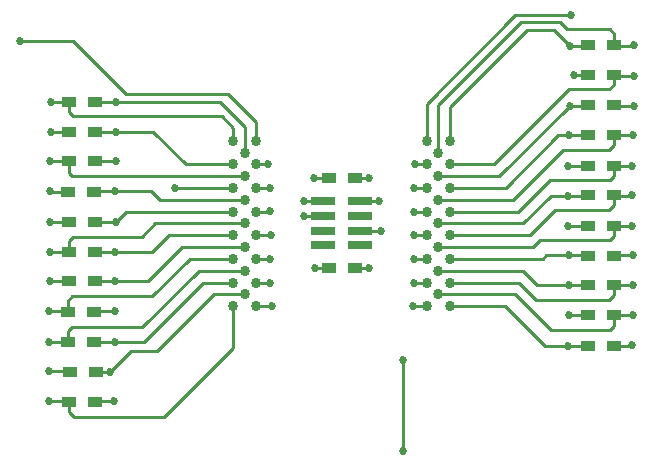
<source format=gbl>
G04 #@! TF.FileFunction,Copper,L2,Bot,Signal*
%FSLAX46Y46*%
G04 Gerber Fmt 4.6, Leading zero omitted, Abs format (unit mm)*
G04 Created by KiCad (PCBNEW 4.0.1-stable) date 2/1/2017 11:43:10 PM*
%MOMM*%
G01*
G04 APERTURE LIST*
%ADD10C,0.100000*%
%ADD11R,2.000000X0.700000*%
%ADD12R,1.200000X0.900000*%
%ADD13C,0.860000*%
%ADD14C,0.685800*%
%ADD15C,0.250000*%
%ADD16C,0.254000*%
G04 APERTURE END LIST*
D10*
D11*
X1600000Y-1850000D03*
X-1600000Y-1850000D03*
X-1600000Y-600000D03*
X-1600000Y650000D03*
X-1600000Y1900000D03*
X1600000Y1900000D03*
X1600000Y650000D03*
X1600000Y-600000D03*
D12*
X-23091320Y-4912360D03*
X-20891320Y-4912360D03*
D13*
X7200000Y7000000D03*
X-7200000Y7000000D03*
X-9200000Y7000000D03*
X-8200000Y6000000D03*
X-7200000Y5000000D03*
X-9200000Y5000000D03*
X-8200000Y4000000D03*
X-7200000Y3000000D03*
X-9200000Y3000000D03*
X-8200000Y2000000D03*
X-7200000Y1000000D03*
X-9200000Y1000000D03*
X-8200000Y0D03*
X-9200000Y-1000000D03*
X-7200000Y-1000000D03*
X-8200000Y-2000000D03*
X-9200000Y-3000000D03*
X-7200000Y-3000000D03*
X-8200000Y-4000000D03*
X-9200000Y-5000000D03*
X-7200000Y-5000000D03*
X-8200000Y-6000000D03*
X-9200000Y-7000000D03*
X-7200000Y-7000000D03*
X9200000Y7000000D03*
X8200000Y6000000D03*
X7200000Y5000000D03*
X9200000Y5000000D03*
X8200000Y4000000D03*
X7200000Y3000000D03*
X9200000Y3000000D03*
X8200000Y2000000D03*
X7200000Y1000000D03*
X9200000Y1000000D03*
X8200000Y0D03*
X9200000Y-1000000D03*
X7200000Y-1000000D03*
X8200000Y-2000000D03*
X9200000Y-3000000D03*
X7200000Y-3000000D03*
X8200000Y-4000000D03*
X9200000Y-5000000D03*
X7200000Y-5000000D03*
X8200000Y-6000000D03*
X9200000Y-7000000D03*
X7200000Y-7000000D03*
D12*
X-23045600Y10287000D03*
X-20845600Y10287000D03*
X-23045600Y7721600D03*
X-20845600Y7721600D03*
X-23071000Y5257800D03*
X-20871000Y5257800D03*
X-23134500Y2679700D03*
X-20934500Y2679700D03*
X-23106560Y121920D03*
X-20906560Y121920D03*
X-23106560Y-2397760D03*
X-20906560Y-2397760D03*
X-23121800Y-7472680D03*
X-20921800Y-7472680D03*
X-23137040Y-10012680D03*
X-20937040Y-10012680D03*
X-22984640Y-12573000D03*
X-20784640Y-12573000D03*
X-23076080Y-15087600D03*
X-20876080Y-15087600D03*
X20900000Y15100000D03*
X23100000Y15100000D03*
X20875000Y12575000D03*
X23075000Y12575000D03*
X20875000Y10050000D03*
X23075000Y10050000D03*
X20875000Y7500000D03*
X23075000Y7500000D03*
X20850000Y4900000D03*
X23050000Y4900000D03*
X20850000Y2375000D03*
X23050000Y2375000D03*
X20875000Y-175000D03*
X23075000Y-175000D03*
X20875000Y-2725000D03*
X23075000Y-2725000D03*
X20875000Y-5225000D03*
X23075000Y-5225000D03*
X20875000Y-7750000D03*
X23075000Y-7750000D03*
X20875000Y-10350000D03*
X23075000Y-10350000D03*
X1100000Y3810000D03*
X-1100000Y3810000D03*
X-1100000Y-3810000D03*
X1100000Y-3810000D03*
D14*
X-27254200Y15407640D03*
X19450000Y17625000D03*
X-24612600Y10261600D03*
X-19075400Y10261600D03*
X-24638000Y7747000D03*
X-6223000Y5003800D03*
X-19100800Y7747000D03*
X-2209800Y-3810000D03*
X5181600Y-19253200D03*
X5181600Y-11557000D03*
X-2362200Y3810000D03*
X2325000Y-3800000D03*
X3350000Y-600000D03*
X2286000Y3810000D03*
X-24658320Y5293360D03*
X-19121120Y5293360D03*
X-6070600Y2997200D03*
X-14061440Y3002280D03*
X-24683720Y2778760D03*
X-19146520Y2778760D03*
X-24668480Y86360D03*
X-6070600Y1016000D03*
X-19131280Y86360D03*
X-24693880Y-2428240D03*
X-19156680Y-2428240D03*
X-24714200Y-4881880D03*
X-5994400Y-1016000D03*
X-19177000Y-4881880D03*
X-24739600Y-7396480D03*
X-19202400Y-7396480D03*
X-6045200Y-2997200D03*
X-24754840Y-10048240D03*
X-19217640Y-10048240D03*
X-24775160Y-12501880D03*
X-6045200Y-5003800D03*
X-19588480Y-12578080D03*
X-24800560Y-15016480D03*
X-19263360Y-15016480D03*
X-5918200Y-7010400D03*
X19350000Y15050000D03*
X24775000Y15075000D03*
X6200000Y5000000D03*
X19700000Y12575000D03*
X24750000Y12500000D03*
X19325000Y9950000D03*
X6150000Y3000000D03*
X24750000Y9975000D03*
X19225000Y7450000D03*
X24650000Y7475000D03*
X6150000Y1000000D03*
X19200000Y4875000D03*
X24625000Y4900000D03*
X19200000Y2350000D03*
X24625000Y2375000D03*
X6150000Y-1000000D03*
X19175000Y-225000D03*
X24600000Y-200000D03*
X19250000Y-2675000D03*
X6125000Y-3000000D03*
X24675000Y-2650000D03*
X19225000Y-5250000D03*
X24650000Y-5225000D03*
X6125000Y-5000000D03*
X19225000Y-7775000D03*
X24650000Y-7750000D03*
X19200000Y-10350000D03*
X6050000Y-7000000D03*
X24625000Y-10325000D03*
X-3149600Y660400D03*
X-3175000Y1879600D03*
X3149600Y1905000D03*
D15*
X-7200000Y8591920D02*
X-9606280Y10998200D01*
D16*
X-7200000Y7000000D02*
X-7200000Y8591920D01*
D15*
X-22697440Y15407640D02*
X-27254200Y15407640D01*
X-18288000Y10998200D02*
X-22697440Y15407640D01*
X-9606280Y10998200D02*
X-18288000Y10998200D01*
D16*
X-27254200Y15412720D02*
X-27254200Y15407640D01*
X7200000Y7000000D02*
X7200000Y10105000D01*
X14720000Y17625000D02*
X19450000Y17625000D01*
D15*
X7200000Y10105000D02*
X14720000Y17625000D01*
D16*
X-23045600Y10287000D02*
X-23045600Y9400720D01*
X-10144760Y9052560D02*
X-10144760Y9057640D01*
X-10154920Y9062720D02*
X-10144760Y9052560D01*
X-22707600Y9062720D02*
X-10154920Y9062720D01*
X-23045600Y9400720D02*
X-22707600Y9062720D01*
X-24612600Y10261600D02*
X-23071000Y10261600D01*
X-23071000Y10261600D02*
X-23045600Y10287000D01*
X-9200000Y7000000D02*
X-9200000Y8112880D01*
X-9200000Y8112880D02*
X-10144760Y9057640D01*
X-20845600Y10287000D02*
X-19100800Y10287000D01*
X-19100800Y10287000D02*
X-19075400Y10261600D01*
X-8200000Y6000000D02*
X-8200000Y8174600D01*
X-10287000Y10261600D02*
X-19075400Y10261600D01*
X-8200000Y8174600D02*
X-10287000Y10261600D01*
X-24638000Y7747000D02*
X-23071000Y7747000D01*
X-23071000Y7747000D02*
X-23045600Y7721600D01*
D15*
X-6226800Y5000000D02*
X-7200000Y5000000D01*
X-6226800Y5000000D02*
X-6223000Y5003800D01*
D16*
X-9200000Y5000000D02*
X-13173720Y5000000D01*
X-15920720Y7747000D02*
X-19100800Y7747000D01*
X-13173720Y5000000D02*
X-15920720Y7747000D01*
X-20845600Y7721600D02*
X-19126200Y7721600D01*
X-19126200Y7721600D02*
X-19100800Y7747000D01*
X-2209800Y-3810000D02*
X-1100000Y-3810000D01*
D15*
X5181600Y-11557000D02*
X5181600Y-19253200D01*
D16*
X-1100000Y3810000D02*
X-2362200Y3810000D01*
X1100000Y-3810000D02*
X2315000Y-3810000D01*
X2315000Y-3810000D02*
X2325000Y-3800000D01*
X1600000Y-600000D02*
X3350000Y-600000D01*
X1100000Y3810000D02*
X2286000Y3810000D01*
X-8200000Y4000000D02*
X-22821400Y4000000D01*
X-23071000Y4249600D02*
X-23071000Y5257800D01*
X-22821400Y4000000D02*
X-23071000Y4249600D01*
X-23071000Y5257800D02*
X-24622760Y5257800D01*
X-24622760Y5257800D02*
X-24658320Y5293360D01*
X-20871000Y5257800D02*
X-19156680Y5257800D01*
X-19156680Y5257800D02*
X-19121120Y5293360D01*
D15*
X-6073400Y3000000D02*
X-6070600Y2997200D01*
X-6073400Y3000000D02*
X-7200000Y3000000D01*
D16*
X-9200000Y3000000D02*
X-14059160Y3000000D01*
X-14059160Y3000000D02*
X-14061440Y3002280D01*
X-23134500Y2679700D02*
X-24584660Y2679700D01*
X-24584660Y2679700D02*
X-24683720Y2778760D01*
X-19146520Y2778760D02*
X-20835440Y2778760D01*
X-20835440Y2778760D02*
X-20934500Y2679700D01*
X-8200000Y2000000D02*
X-15355320Y2000000D01*
X-16134080Y2778760D02*
X-19146520Y2778760D01*
X-15355320Y2000000D02*
X-16134080Y2778760D01*
X-19245580Y2679700D02*
X-19146520Y2778760D01*
X-24668480Y86360D02*
X-23142120Y86360D01*
X-23142120Y86360D02*
X-23106560Y121920D01*
D15*
X-7200000Y1000000D02*
X-6086600Y1000000D01*
X-6086600Y1000000D02*
X-6070600Y1016000D01*
D16*
X-9200000Y1000000D02*
X-18217640Y1000000D01*
X-18217640Y1000000D02*
X-19131280Y86360D01*
X-20871000Y86360D02*
X-19131280Y86360D01*
X-20871000Y86360D02*
X-20906560Y121920D01*
X-8200000Y0D02*
X-15778480Y0D01*
X-23106560Y-1506400D02*
X-23106560Y-2397760D01*
X-22727920Y-1127760D02*
X-23106560Y-1506400D01*
X-16906240Y-1127760D02*
X-22727920Y-1127760D01*
X-15778480Y0D02*
X-16906240Y-1127760D01*
X-23137040Y-2428240D02*
X-24693880Y-2428240D01*
X-23137040Y-2428240D02*
X-23106560Y-2397760D01*
X-9200000Y-1000000D02*
X-14589000Y-1000000D01*
X-16017240Y-2428240D02*
X-19156680Y-2428240D01*
X-14589000Y-1000000D02*
X-16017240Y-2428240D01*
X-20876080Y-2428240D02*
X-19156680Y-2428240D01*
X-20876080Y-2428240D02*
X-20906560Y-2397760D01*
X-24714200Y-4881880D02*
X-23121800Y-4881880D01*
X-23121800Y-4881880D02*
X-23091320Y-4912360D01*
D15*
X-7200000Y-1000000D02*
X-6010400Y-1000000D01*
X-6010400Y-1000000D02*
X-5994400Y-1016000D01*
D16*
X-8200000Y-2000000D02*
X-13531600Y-2000000D01*
X-16413480Y-4881880D02*
X-19177000Y-4881880D01*
X-13531600Y-2000000D02*
X-16413480Y-4881880D01*
X-20860840Y-4881880D02*
X-19177000Y-4881880D01*
X-20860840Y-4881880D02*
X-20891320Y-4912360D01*
X-9200000Y-3000000D02*
X-12824720Y-3000000D01*
X-23121800Y-6525440D02*
X-23121800Y-7472680D01*
X-22778720Y-6182360D02*
X-23121800Y-6525440D01*
X-16007080Y-6182360D02*
X-22778720Y-6182360D01*
X-12824720Y-3000000D02*
X-16007080Y-6182360D01*
X-23198000Y-7396480D02*
X-24739600Y-7396480D01*
X-23198000Y-7396480D02*
X-23121800Y-7472680D01*
X-19202400Y-7396480D02*
X-20845600Y-7396480D01*
X-20845600Y-7396480D02*
X-20921800Y-7472680D01*
D15*
X-6048000Y-3000000D02*
X-6045200Y-2997200D01*
X-7200000Y-3000000D02*
X-6048000Y-3000000D01*
D16*
X-8200000Y-4000000D02*
X-12107680Y-4000000D01*
X-23137040Y-9095920D02*
X-23137040Y-10012680D01*
X-22788880Y-8747760D02*
X-23137040Y-9095920D01*
X-16855440Y-8747760D02*
X-22788880Y-8747760D01*
X-12107680Y-4000000D02*
X-16855440Y-8747760D01*
X-23172600Y-10048240D02*
X-24754840Y-10048240D01*
X-23172600Y-10048240D02*
X-23137040Y-10012680D01*
X-9200000Y-5000000D02*
X-11695440Y-5000000D01*
X-19217640Y-10048240D02*
X-19217640Y-10048240D01*
X-16743680Y-10048240D02*
X-19217640Y-10048240D01*
X-11695440Y-5000000D02*
X-16743680Y-10048240D01*
X-20901480Y-10048240D02*
X-19217640Y-10048240D01*
X-20901480Y-10048240D02*
X-20937040Y-10012680D01*
X-24775160Y-12501880D02*
X-23055760Y-12501880D01*
X-23055760Y-12501880D02*
X-22984640Y-12573000D01*
D15*
X-7200000Y-5000000D02*
X-6049000Y-5000000D01*
X-6049000Y-5000000D02*
X-6045200Y-5003800D01*
D16*
X-8200000Y-6000000D02*
X-10795520Y-6000000D01*
X-17830800Y-10820400D02*
X-19588480Y-12578080D01*
X-15615920Y-10820400D02*
X-17830800Y-10820400D01*
X-10795520Y-6000000D02*
X-15615920Y-10820400D01*
X-20784640Y-12573000D02*
X-19593560Y-12573000D01*
X-19593560Y-12573000D02*
X-19588480Y-12578080D01*
X-20713520Y-12501880D02*
X-20784640Y-12573000D01*
X-9200000Y-7000000D02*
X-9200000Y-10546200D01*
X-23076080Y-15933240D02*
X-23076080Y-15087600D01*
X-22641560Y-16367760D02*
X-23076080Y-15933240D01*
X-15021560Y-16367760D02*
X-22641560Y-16367760D01*
X-9200000Y-10546200D02*
X-15021560Y-16367760D01*
X-23147200Y-15016480D02*
X-24800560Y-15016480D01*
X-23147200Y-15016480D02*
X-23076080Y-15087600D01*
X-19263360Y-15016480D02*
X-20804960Y-15016480D01*
X-20804960Y-15016480D02*
X-20876080Y-15087600D01*
D15*
X-5928600Y-7000000D02*
X-5918200Y-7010400D01*
X-7200000Y-7000000D02*
X-5928600Y-7000000D01*
D16*
X9200000Y7000000D02*
X9200000Y9850000D01*
X18025000Y16375000D02*
X19350000Y15050000D01*
X15725000Y16375000D02*
X18025000Y16375000D01*
X9200000Y9850000D02*
X15725000Y16375000D01*
X19350000Y15050000D02*
X21025000Y15050000D01*
X8200000Y6000000D02*
X8200000Y10015000D01*
X23100000Y16050000D02*
X23100000Y15100000D01*
X22725000Y16425000D02*
X23100000Y16050000D01*
X19121400Y16425000D02*
X22725000Y16425000D01*
X18496400Y17050000D02*
X19121400Y16425000D01*
X15235000Y17050000D02*
X18496400Y17050000D01*
X8200000Y10015000D02*
X15235000Y17050000D01*
X23225000Y15050000D02*
X24750000Y15050000D01*
X24750000Y15050000D02*
X24775000Y15075000D01*
X7200000Y5000000D02*
X6200000Y5000000D01*
X20875000Y12575000D02*
X19700000Y12575000D01*
X9200000Y5000000D02*
X12925000Y5000000D01*
X23075000Y11750000D02*
X23075000Y12575000D01*
X22675000Y11350000D02*
X23075000Y11750000D01*
X19275000Y11350000D02*
X22675000Y11350000D01*
X12925000Y5000000D02*
X19275000Y11350000D01*
X24725000Y12475000D02*
X24750000Y12500000D01*
X23200000Y12475000D02*
X24725000Y12475000D01*
X8200000Y4000000D02*
X13375000Y4000000D01*
X13375000Y4000000D02*
X19325000Y9950000D01*
X19325000Y9950000D02*
X21000000Y9950000D01*
X7200000Y3000000D02*
X6150000Y3000000D01*
X24725000Y9950000D02*
X24750000Y9975000D01*
X23200000Y9950000D02*
X24725000Y9950000D01*
X9200000Y3000000D02*
X13900000Y3000000D01*
X18350000Y7450000D02*
X19225000Y7450000D01*
X13900000Y3000000D02*
X18350000Y7450000D01*
X19225000Y7450000D02*
X20900000Y7450000D01*
X8200000Y2000000D02*
X14500000Y2000000D01*
X23075000Y6675000D02*
X23075000Y7500000D01*
X22625000Y6225000D02*
X23075000Y6675000D01*
X18725000Y6225000D02*
X22625000Y6225000D01*
X14500000Y2000000D02*
X18725000Y6225000D01*
X24625000Y7450000D02*
X24650000Y7475000D01*
X23100000Y7450000D02*
X24625000Y7450000D01*
X7200000Y1000000D02*
X6150000Y1000000D01*
X19200000Y4875000D02*
X20875000Y4875000D01*
X9200000Y1000000D02*
X14950000Y1000000D01*
X23050000Y4000000D02*
X23050000Y4900000D01*
X22725000Y3675000D02*
X23050000Y4000000D01*
X17625000Y3675000D02*
X22725000Y3675000D01*
X14950000Y1000000D02*
X17625000Y3675000D01*
X23075000Y4875000D02*
X24600000Y4875000D01*
X24600000Y4875000D02*
X24625000Y4900000D01*
X8200000Y0D02*
X15400000Y0D01*
X17750000Y2350000D02*
X19200000Y2350000D01*
X15400000Y0D02*
X17750000Y2350000D01*
X19200000Y2350000D02*
X20875000Y2350000D01*
X9200000Y-1000000D02*
X15975000Y-1000000D01*
X23050000Y1525000D02*
X23050000Y2375000D01*
X22625000Y1100000D02*
X23050000Y1525000D01*
X18075000Y1100000D02*
X22625000Y1100000D01*
X15975000Y-1000000D02*
X18075000Y1100000D01*
X23075000Y2350000D02*
X24600000Y2350000D01*
X24600000Y2350000D02*
X24625000Y2375000D01*
X7200000Y-1000000D02*
X6150000Y-1000000D01*
X19175000Y-225000D02*
X20850000Y-225000D01*
X8200000Y-2000000D02*
X16200000Y-2000000D01*
X23075000Y-1100000D02*
X23075000Y-175000D01*
X22750000Y-1425000D02*
X23075000Y-1100000D01*
X16775000Y-1425000D02*
X22750000Y-1425000D01*
X16200000Y-2000000D02*
X16775000Y-1425000D01*
X24575000Y-225000D02*
X24600000Y-200000D01*
X23050000Y-225000D02*
X24575000Y-225000D01*
X9200000Y-3000000D02*
X17025000Y-3000000D01*
X17350000Y-2675000D02*
X19250000Y-2675000D01*
X17025000Y-3000000D02*
X17350000Y-2675000D01*
X19250000Y-2675000D02*
X20925000Y-2675000D01*
X7200000Y-3000000D02*
X6125000Y-3000000D01*
X23125000Y-2675000D02*
X24650000Y-2675000D01*
X24650000Y-2675000D02*
X24675000Y-2650000D01*
X8200000Y-4000000D02*
X15325000Y-4000000D01*
X16575000Y-5250000D02*
X19225000Y-5250000D01*
X15325000Y-4000000D02*
X16575000Y-5250000D01*
X19225000Y-5250000D02*
X20900000Y-5250000D01*
X9200000Y-5000000D02*
X15025000Y-5000000D01*
X23075000Y-6050000D02*
X23075000Y-5225000D01*
X22650000Y-6475000D02*
X23075000Y-6050000D01*
X16500000Y-6475000D02*
X22650000Y-6475000D01*
X15025000Y-5000000D02*
X16500000Y-6475000D01*
X24625000Y-5250000D02*
X24650000Y-5225000D01*
X23100000Y-5250000D02*
X24625000Y-5250000D01*
X7200000Y-5000000D02*
X6125000Y-5000000D01*
X19225000Y-7775000D02*
X20900000Y-7775000D01*
X14675000Y-6000000D02*
X17700000Y-9025000D01*
X8200000Y-6000000D02*
X14675000Y-6000000D01*
X23075000Y-8650000D02*
X23075000Y-7750000D01*
X22700000Y-9025000D02*
X23075000Y-8650000D01*
X17700000Y-9025000D02*
X22700000Y-9025000D01*
X24625000Y-7775000D02*
X24650000Y-7750000D01*
X23100000Y-7775000D02*
X24625000Y-7775000D01*
X9200000Y-7000000D02*
X13850000Y-7000000D01*
X17200000Y-10350000D02*
X19200000Y-10350000D01*
X13850000Y-7000000D02*
X17200000Y-10350000D01*
X19200000Y-10350000D02*
X20875000Y-10350000D01*
X7200000Y-7000000D02*
X6050000Y-7000000D01*
X23075000Y-10350000D02*
X24600000Y-10350000D01*
X24600000Y-10350000D02*
X24625000Y-10325000D01*
X-3139200Y650000D02*
X-3149600Y660400D01*
X-1600000Y650000D02*
X-3139200Y650000D01*
X-3154600Y1900000D02*
X-3175000Y1879600D01*
X-1600000Y1900000D02*
X-3154600Y1900000D01*
X3144600Y1900000D02*
X3149600Y1905000D01*
X1600000Y1900000D02*
X3144600Y1900000D01*
M02*

</source>
